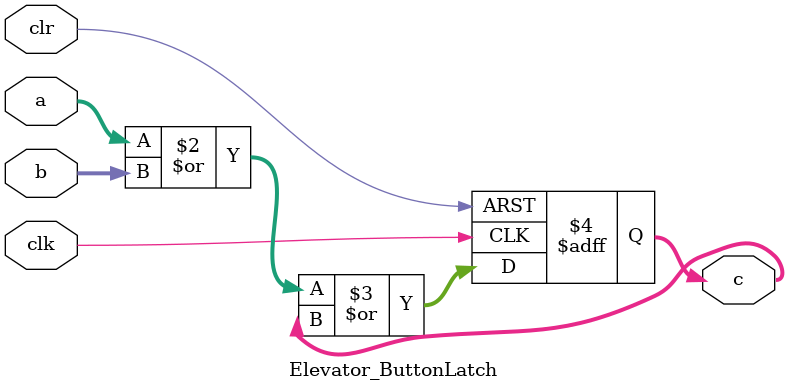
<source format=v>


module Elevator_ButtonLatch(
	input				clk,
	input				clr,
	input		[3:0]	a,
						b,
	output	reg	[3:0]	c
);

always@ (posedge clk or posedge clr)
begin
	if(clr)
	c = 0;
	else
	c = a | b | c;
end

endmodule


</source>
